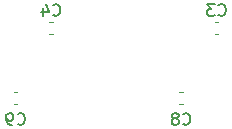
<source format=gbr>
%TF.GenerationSoftware,KiCad,Pcbnew,(5.1.10)-1*%
%TF.CreationDate,2021-09-26T04:03:23+09:00*%
%TF.ProjectId,HAS-CT-Board,4841532d-4354-42d4-926f-6172642e6b69,rev?*%
%TF.SameCoordinates,Original*%
%TF.FileFunction,Legend,Bot*%
%TF.FilePolarity,Positive*%
%FSLAX46Y46*%
G04 Gerber Fmt 4.6, Leading zero omitted, Abs format (unit mm)*
G04 Created by KiCad (PCBNEW (5.1.10)-1) date 2021-09-26 04:03:23*
%MOMM*%
%LPD*%
G01*
G04 APERTURE LIST*
%ADD10C,0.120000*%
%ADD11C,0.150000*%
G04 APERTURE END LIST*
D10*
%TO.C,C3*%
X142140580Y-74510000D02*
X141859420Y-74510000D01*
X142140580Y-73490000D02*
X141859420Y-73490000D01*
%TO.C,C4*%
X128140580Y-74510000D02*
X127859420Y-74510000D01*
X128140580Y-73490000D02*
X127859420Y-73490000D01*
%TO.C,C8*%
X138859420Y-80510000D02*
X139140580Y-80510000D01*
X138859420Y-79490000D02*
X139140580Y-79490000D01*
%TO.C,C9*%
X125140580Y-80510000D02*
X124859420Y-80510000D01*
X125140580Y-79490000D02*
X124859420Y-79490000D01*
%TO.C,C3*%
D11*
X142166666Y-72927142D02*
X142214285Y-72974761D01*
X142357142Y-73022380D01*
X142452380Y-73022380D01*
X142595238Y-72974761D01*
X142690476Y-72879523D01*
X142738095Y-72784285D01*
X142785714Y-72593809D01*
X142785714Y-72450952D01*
X142738095Y-72260476D01*
X142690476Y-72165238D01*
X142595238Y-72070000D01*
X142452380Y-72022380D01*
X142357142Y-72022380D01*
X142214285Y-72070000D01*
X142166666Y-72117619D01*
X141833333Y-72022380D02*
X141214285Y-72022380D01*
X141547619Y-72403333D01*
X141404761Y-72403333D01*
X141309523Y-72450952D01*
X141261904Y-72498571D01*
X141214285Y-72593809D01*
X141214285Y-72831904D01*
X141261904Y-72927142D01*
X141309523Y-72974761D01*
X141404761Y-73022380D01*
X141690476Y-73022380D01*
X141785714Y-72974761D01*
X141833333Y-72927142D01*
%TO.C,C4*%
X128166666Y-72927142D02*
X128214285Y-72974761D01*
X128357142Y-73022380D01*
X128452380Y-73022380D01*
X128595238Y-72974761D01*
X128690476Y-72879523D01*
X128738095Y-72784285D01*
X128785714Y-72593809D01*
X128785714Y-72450952D01*
X128738095Y-72260476D01*
X128690476Y-72165238D01*
X128595238Y-72070000D01*
X128452380Y-72022380D01*
X128357142Y-72022380D01*
X128214285Y-72070000D01*
X128166666Y-72117619D01*
X127309523Y-72355714D02*
X127309523Y-73022380D01*
X127547619Y-71974761D02*
X127785714Y-72689047D01*
X127166666Y-72689047D01*
%TO.C,C8*%
X139166666Y-82157142D02*
X139214285Y-82204761D01*
X139357142Y-82252380D01*
X139452380Y-82252380D01*
X139595238Y-82204761D01*
X139690476Y-82109523D01*
X139738095Y-82014285D01*
X139785714Y-81823809D01*
X139785714Y-81680952D01*
X139738095Y-81490476D01*
X139690476Y-81395238D01*
X139595238Y-81300000D01*
X139452380Y-81252380D01*
X139357142Y-81252380D01*
X139214285Y-81300000D01*
X139166666Y-81347619D01*
X138595238Y-81680952D02*
X138690476Y-81633333D01*
X138738095Y-81585714D01*
X138785714Y-81490476D01*
X138785714Y-81442857D01*
X138738095Y-81347619D01*
X138690476Y-81300000D01*
X138595238Y-81252380D01*
X138404761Y-81252380D01*
X138309523Y-81300000D01*
X138261904Y-81347619D01*
X138214285Y-81442857D01*
X138214285Y-81490476D01*
X138261904Y-81585714D01*
X138309523Y-81633333D01*
X138404761Y-81680952D01*
X138595238Y-81680952D01*
X138690476Y-81728571D01*
X138738095Y-81776190D01*
X138785714Y-81871428D01*
X138785714Y-82061904D01*
X138738095Y-82157142D01*
X138690476Y-82204761D01*
X138595238Y-82252380D01*
X138404761Y-82252380D01*
X138309523Y-82204761D01*
X138261904Y-82157142D01*
X138214285Y-82061904D01*
X138214285Y-81871428D01*
X138261904Y-81776190D01*
X138309523Y-81728571D01*
X138404761Y-81680952D01*
%TO.C,C9*%
X125166666Y-82157142D02*
X125214285Y-82204761D01*
X125357142Y-82252380D01*
X125452380Y-82252380D01*
X125595238Y-82204761D01*
X125690476Y-82109523D01*
X125738095Y-82014285D01*
X125785714Y-81823809D01*
X125785714Y-81680952D01*
X125738095Y-81490476D01*
X125690476Y-81395238D01*
X125595238Y-81300000D01*
X125452380Y-81252380D01*
X125357142Y-81252380D01*
X125214285Y-81300000D01*
X125166666Y-81347619D01*
X124690476Y-82252380D02*
X124500000Y-82252380D01*
X124404761Y-82204761D01*
X124357142Y-82157142D01*
X124261904Y-82014285D01*
X124214285Y-81823809D01*
X124214285Y-81442857D01*
X124261904Y-81347619D01*
X124309523Y-81300000D01*
X124404761Y-81252380D01*
X124595238Y-81252380D01*
X124690476Y-81300000D01*
X124738095Y-81347619D01*
X124785714Y-81442857D01*
X124785714Y-81680952D01*
X124738095Y-81776190D01*
X124690476Y-81823809D01*
X124595238Y-81871428D01*
X124404761Y-81871428D01*
X124309523Y-81823809D01*
X124261904Y-81776190D01*
X124214285Y-81680952D01*
%TD*%
M02*

</source>
